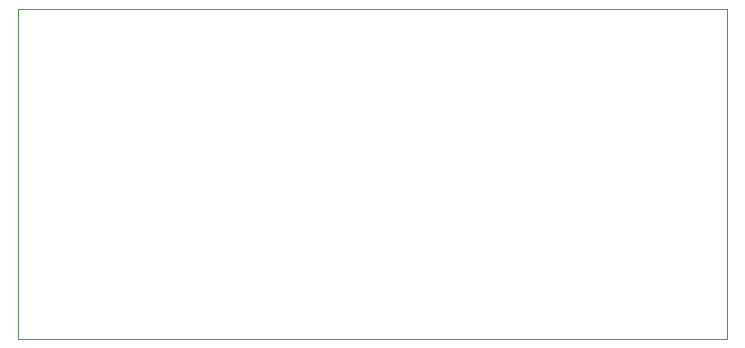
<source format=gbr>
%TF.GenerationSoftware,KiCad,Pcbnew,5.1.8-db9833491~87~ubuntu20.04.1*%
%TF.CreationDate,2020-11-29T22:55:04+09:00*%
%TF.ProjectId,Faston_and_Sun_LED-PCB,46617374-6f6e-45f6-916e-645f53756e5f,V1.0.1*%
%TF.SameCoordinates,Original*%
%TF.FileFunction,Profile,NP*%
%FSLAX46Y46*%
G04 Gerber Fmt 4.6, Leading zero omitted, Abs format (unit mm)*
G04 Created by KiCad (PCBNEW 5.1.8-db9833491~87~ubuntu20.04.1) date 2020-11-29 22:55:04*
%MOMM*%
%LPD*%
G01*
G04 APERTURE LIST*
%TA.AperFunction,Profile*%
%ADD10C,0.050000*%
%TD*%
G04 APERTURE END LIST*
D10*
X113000000Y-107000000D02*
X113000000Y-79000000D01*
X173000000Y-107000000D02*
X113000000Y-107000000D01*
X173000000Y-79000000D02*
X173000000Y-107000000D01*
X113000000Y-79000000D02*
X173000000Y-79000000D01*
M02*

</source>
